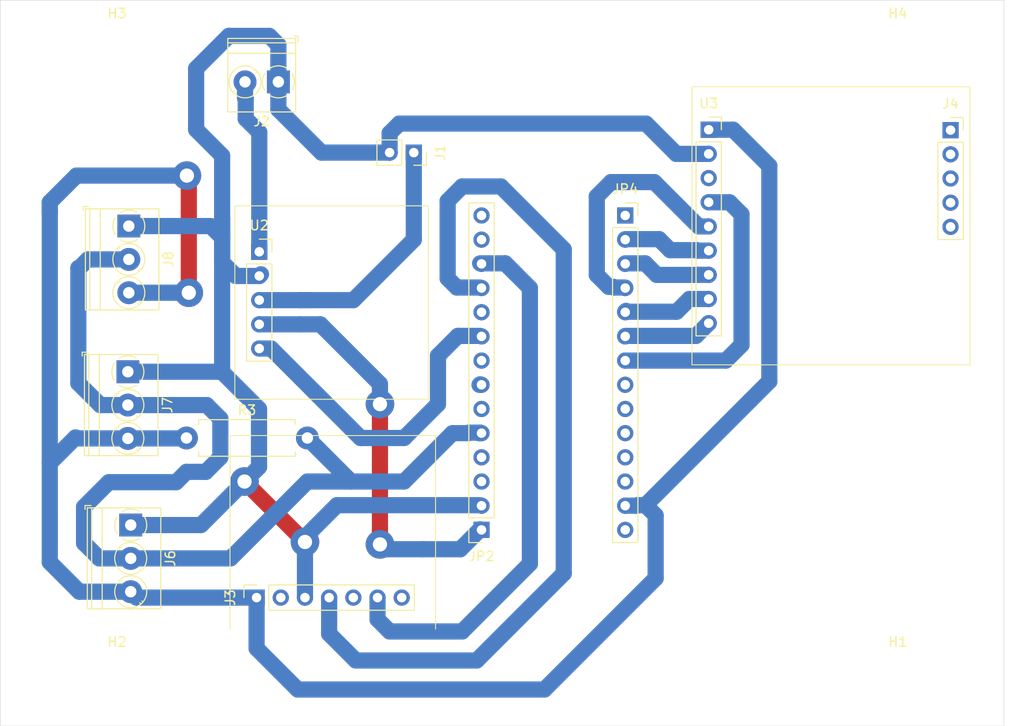
<source format=kicad_pcb>
(kicad_pcb (version 20171130) (host pcbnew 5.1.2-f72e74a~84~ubuntu18.04.1)

  (general
    (thickness 1.6)
    (drawings 17)
    (tracks 182)
    (zones 0)
    (modules 16)
    (nets 16)
  )

  (page A4)
  (layers
    (0 Top signal)
    (1 Route2 signal)
    (2 Route15 signal)
    (31 Bottom signal)
    (32 B.Adhes user)
    (33 F.Adhes user)
    (34 B.Paste user)
    (35 F.Paste user)
    (36 B.SilkS user)
    (37 F.SilkS user)
    (38 B.Mask user)
    (39 F.Mask user)
    (40 Dwgs.User user)
    (41 Cmts.User user)
    (42 Eco1.User user)
    (43 Eco2.User user)
    (44 Edge.Cuts user)
    (45 Margin user)
    (46 B.CrtYd user)
    (47 F.CrtYd user)
    (48 B.Fab user)
    (49 F.Fab user)
  )

  (setup
    (last_trace_width 1.7)
    (user_trace_width 1.7)
    (user_trace_width 3)
    (trace_clearance 0.2)
    (zone_clearance 0.508)
    (zone_45_only no)
    (trace_min 0.2)
    (via_size 0.8)
    (via_drill 0.4)
    (via_min_size 0.4)
    (via_min_drill 0.3)
    (user_via 3 1.5)
    (uvia_size 0.3)
    (uvia_drill 0.1)
    (uvias_allowed no)
    (uvia_min_size 0.2)
    (uvia_min_drill 0.1)
    (edge_width 0.05)
    (segment_width 0.2)
    (pcb_text_width 0.3)
    (pcb_text_size 1.5 1.5)
    (mod_edge_width 0.12)
    (mod_text_size 1 1)
    (mod_text_width 0.15)
    (pad_size 1.7 1.7)
    (pad_drill 1)
    (pad_to_mask_clearance 0.051)
    (solder_mask_min_width 0.25)
    (aux_axis_origin 6.35 74.93)
    (visible_elements FFFFFF7F)
    (pcbplotparams
      (layerselection 0x01000_fffffff8)
      (usegerberextensions false)
      (usegerberattributes false)
      (usegerberadvancedattributes false)
      (creategerberjobfile false)
      (excludeedgelayer true)
      (linewidth 0.100000)
      (plotframeref false)
      (viasonmask false)
      (mode 1)
      (useauxorigin true)
      (hpglpennumber 1)
      (hpglpenspeed 20)
      (hpglpendiameter 15.000000)
      (psnegative false)
      (psa4output false)
      (plotreference false)
      (plotvalue false)
      (plotinvisibletext false)
      (padsonsilk false)
      (subtractmaskfromsilk false)
      (outputformat 1)
      (mirror false)
      (drillshape 0)
      (scaleselection 1)
      (outputdirectory "mill_q/"))
  )

  (net 0 "")
  (net 1 GND)
  (net 2 MOSI)
  (net 3 MISO)
  (net 4 SCK)
  (net 5 +3V3)
  (net 6 "Net-(J1-Pad1)")
  (net 7 LI-ION)
  (net 8 D12)
  (net 9 DONE)
  (net 10 LORA_RST)
  (net 11 LORA_CS)
  (net 12 SCL)
  (net 13 SDA)
  (net 14 TIMED_POWER)
  (net 15 G0)

  (net_class Default "This is the default net class."
    (clearance 0.2)
    (trace_width 0.25)
    (via_dia 0.8)
    (via_drill 0.4)
    (uvia_dia 0.3)
    (uvia_drill 0.1)
    (add_net +3V3)
    (add_net D12)
    (add_net DONE)
    (add_net G0)
    (add_net GND)
    (add_net LI-ION)
    (add_net LORA_CS)
    (add_net LORA_RST)
    (add_net MISO)
    (add_net MOSI)
    (add_net "Net-(J1-Pad1)")
    (add_net SCK)
    (add_net SCL)
    (add_net SDA)
    (add_net TIMED_POWER)
  )

  (module Connector_PinSocket_2.54mm:PinSocket_1x07_P2.54mm_Vertical (layer Top) (tedit 5A19A433) (tstamp 5E1D471C)
    (at 33.274 61.468 90)
    (descr "Through hole straight socket strip, 1x07, 2.54mm pitch, single row (from Kicad 4.0.7), script generated")
    (tags "Through hole socket strip THT 1x07 2.54mm single row")
    (path /5E1D1081)
    (fp_text reference J3 (at 0 -2.77 90) (layer F.SilkS)
      (effects (font (size 1 1) (thickness 0.15)))
    )
    (fp_text value Conn_01x07_Female (at 0 18.01 90) (layer F.Fab)
      (effects (font (size 1 1) (thickness 0.15)))
    )
    (fp_line (start -1.27 -1.27) (end 0.635 -1.27) (layer F.Fab) (width 0.1))
    (fp_line (start 0.635 -1.27) (end 1.27 -0.635) (layer F.Fab) (width 0.1))
    (fp_line (start 1.27 -0.635) (end 1.27 16.51) (layer F.Fab) (width 0.1))
    (fp_line (start 1.27 16.51) (end -1.27 16.51) (layer F.Fab) (width 0.1))
    (fp_line (start -1.27 16.51) (end -1.27 -1.27) (layer F.Fab) (width 0.1))
    (fp_line (start -1.33 1.27) (end 1.33 1.27) (layer F.SilkS) (width 0.12))
    (fp_line (start -1.33 1.27) (end -1.33 16.57) (layer F.SilkS) (width 0.12))
    (fp_line (start -1.33 16.57) (end 1.33 16.57) (layer F.SilkS) (width 0.12))
    (fp_line (start 1.33 1.27) (end 1.33 16.57) (layer F.SilkS) (width 0.12))
    (fp_line (start 1.33 -1.33) (end 1.33 0) (layer F.SilkS) (width 0.12))
    (fp_line (start 0 -1.33) (end 1.33 -1.33) (layer F.SilkS) (width 0.12))
    (fp_line (start -1.8 -1.8) (end 1.75 -1.8) (layer F.CrtYd) (width 0.05))
    (fp_line (start 1.75 -1.8) (end 1.75 17) (layer F.CrtYd) (width 0.05))
    (fp_line (start 1.75 17) (end -1.8 17) (layer F.CrtYd) (width 0.05))
    (fp_line (start -1.8 17) (end -1.8 -1.8) (layer F.CrtYd) (width 0.05))
    (fp_text user %R (at 0 7.62) (layer F.Fab)
      (effects (font (size 1 1) (thickness 0.15)))
    )
    (pad 1 thru_hole rect (at 0 0 90) (size 1.7 1.7) (drill 1) (layers *.Cu *.Mask)
      (net 5 +3V3))
    (pad 2 thru_hole oval (at 0 2.54 90) (size 1.7 1.7) (drill 1) (layers *.Cu *.Mask))
    (pad 3 thru_hole oval (at 0 5.08 90) (size 1.7 1.7) (drill 1) (layers *.Cu *.Mask)
      (net 1 GND))
    (pad 4 thru_hole oval (at 0 7.62 90) (size 1.7 1.7) (drill 1) (layers *.Cu *.Mask)
      (net 12 SCL))
    (pad 5 thru_hole oval (at 0 10.16 90) (size 1.7 1.7) (drill 1) (layers *.Cu *.Mask))
    (pad 6 thru_hole oval (at 0 12.7 90) (size 1.7 1.7) (drill 1) (layers *.Cu *.Mask)
      (net 13 SDA))
    (pad 7 thru_hole oval (at 0 15.24 90) (size 1.7 1.7) (drill 1) (layers *.Cu *.Mask))
    (model ${KISYS3DMOD}/Connector_PinSocket_2.54mm.3dshapes/PinSocket_1x07_P2.54mm_Vertical.wrl
      (at (xyz 0 0 0))
      (scale (xyz 1 1 1))
      (rotate (xyz 0 0 0))
    )
  )

  (module MountingHole:MountingHole_2.7mm_M2.5 (layer Top) (tedit 56D1B4CB) (tstamp 5E1D5B6B)
    (at 100.60704 69.82068)
    (descr "Mounting Hole 2.7mm, no annular, M2.5")
    (tags "mounting hole 2.7mm no annular m2.5")
    (path /5D99EBDD)
    (attr virtual)
    (fp_text reference H1 (at 0 -3.7) (layer F.SilkS)
      (effects (font (size 1 1) (thickness 0.15)))
    )
    (fp_text value MountingHole (at 0 3.7) (layer F.Fab)
      (effects (font (size 1 1) (thickness 0.15)))
    )
    (fp_text user %R (at 0.3 0) (layer F.Fab)
      (effects (font (size 1 1) (thickness 0.15)))
    )
    (fp_circle (center 0 0) (end 2.7 0) (layer Cmts.User) (width 0.15))
    (fp_circle (center 0 0) (end 2.95 0) (layer F.CrtYd) (width 0.05))
    (pad 1 np_thru_hole circle (at 0 0) (size 2.7 2.7) (drill 2.7) (layers *.Cu *.Mask))
  )

  (module MountingHole:MountingHole_2.7mm_M2.5 (layer Top) (tedit 56D1B4CB) (tstamp 5E1D5B80)
    (at 18.60704 69.82068)
    (descr "Mounting Hole 2.7mm, no annular, M2.5")
    (tags "mounting hole 2.7mm no annular m2.5")
    (path /5D99FC38)
    (attr virtual)
    (fp_text reference H2 (at 0 -3.7) (layer F.SilkS)
      (effects (font (size 1 1) (thickness 0.15)))
    )
    (fp_text value MountingHole (at 0 3.7) (layer F.Fab)
      (effects (font (size 1 1) (thickness 0.15)))
    )
    (fp_text user %R (at 0.3 0) (layer F.Fab)
      (effects (font (size 1 1) (thickness 0.15)))
    )
    (fp_circle (center 0 0) (end 2.7 0) (layer Cmts.User) (width 0.15))
    (fp_circle (center 0 0) (end 2.95 0) (layer F.CrtYd) (width 0.05))
    (pad 1 np_thru_hole circle (at 0 0) (size 2.7 2.7) (drill 2.7) (layers *.Cu *.Mask))
  )

  (module MountingHole:MountingHole_2.7mm_M2.5 (layer Top) (tedit 56D1B4CB) (tstamp 5E1D5B41)
    (at 18.60704 3.82068)
    (descr "Mounting Hole 2.7mm, no annular, M2.5")
    (tags "mounting hole 2.7mm no annular m2.5")
    (path /5D99FE70)
    (attr virtual)
    (fp_text reference H3 (at 0 -3.7) (layer F.SilkS)
      (effects (font (size 1 1) (thickness 0.15)))
    )
    (fp_text value MountingHole (at 0 3.7) (layer F.Fab)
      (effects (font (size 1 1) (thickness 0.15)))
    )
    (fp_text user %R (at -0.55 0.1) (layer F.Fab)
      (effects (font (size 1 1) (thickness 0.15)))
    )
    (fp_circle (center 0 0) (end 2.7 0) (layer Cmts.User) (width 0.15))
    (fp_circle (center 0 0) (end 2.95 0) (layer F.CrtYd) (width 0.05))
    (pad 1 np_thru_hole circle (at 0 0) (size 2.7 2.7) (drill 2.7) (layers *.Cu *.Mask))
  )

  (module MountingHole:MountingHole_2.7mm_M2.5 (layer Top) (tedit 56D1B4CB) (tstamp 5E1D5B56)
    (at 100.60704 3.82068)
    (descr "Mounting Hole 2.7mm, no annular, M2.5")
    (tags "mounting hole 2.7mm no annular m2.5")
    (path /5D99FFF4)
    (attr virtual)
    (fp_text reference H4 (at 0 -3.7) (layer F.SilkS)
      (effects (font (size 1 1) (thickness 0.15)))
    )
    (fp_text value MountingHole (at 0 3.7) (layer F.Fab)
      (effects (font (size 1 1) (thickness 0.15)))
    )
    (fp_circle (center 0 0) (end 2.95 0) (layer F.CrtYd) (width 0.05))
    (fp_circle (center 0 0) (end 2.7 0) (layer Cmts.User) (width 0.15))
    (fp_text user %R (at 0.3 0) (layer F.Fab)
      (effects (font (size 1 1) (thickness 0.15)))
    )
    (pad 1 np_thru_hole circle (at 0 0) (size 2.7 2.7) (drill 2.7) (layers *.Cu *.Mask))
  )

  (module Connector_PinSocket_2.54mm:PinSocket_1x02_P2.54mm_Vertical (layer Top) (tedit 5A19A420) (tstamp 5E1D4AD7)
    (at 49.784 14.732 270)
    (descr "Through hole straight socket strip, 1x02, 2.54mm pitch, single row (from Kicad 4.0.7), script generated")
    (tags "Through hole socket strip THT 1x02 2.54mm single row")
    (path /5DBD7C27)
    (fp_text reference J1 (at 0 -2.77 90) (layer F.SilkS)
      (effects (font (size 1 1) (thickness 0.15)))
    )
    (fp_text value Conn_01x02_Female (at 0 5.31 90) (layer F.Fab)
      (effects (font (size 1 1) (thickness 0.15)))
    )
    (fp_line (start -1.27 -1.27) (end 0.635 -1.27) (layer F.Fab) (width 0.1))
    (fp_line (start 0.635 -1.27) (end 1.27 -0.635) (layer F.Fab) (width 0.1))
    (fp_line (start 1.27 -0.635) (end 1.27 3.81) (layer F.Fab) (width 0.1))
    (fp_line (start 1.27 3.81) (end -1.27 3.81) (layer F.Fab) (width 0.1))
    (fp_line (start -1.27 3.81) (end -1.27 -1.27) (layer F.Fab) (width 0.1))
    (fp_line (start -1.33 1.27) (end 1.33 1.27) (layer F.SilkS) (width 0.12))
    (fp_line (start -1.33 1.27) (end -1.33 3.87) (layer F.SilkS) (width 0.12))
    (fp_line (start -1.33 3.87) (end 1.33 3.87) (layer F.SilkS) (width 0.12))
    (fp_line (start 1.33 1.27) (end 1.33 3.87) (layer F.SilkS) (width 0.12))
    (fp_line (start 1.33 -1.33) (end 1.33 0) (layer F.SilkS) (width 0.12))
    (fp_line (start 0 -1.33) (end 1.33 -1.33) (layer F.SilkS) (width 0.12))
    (fp_line (start -1.8 -1.8) (end 1.75 -1.8) (layer F.CrtYd) (width 0.05))
    (fp_line (start 1.75 -1.8) (end 1.75 4.3) (layer F.CrtYd) (width 0.05))
    (fp_line (start 1.75 4.3) (end -1.8 4.3) (layer F.CrtYd) (width 0.05))
    (fp_line (start -1.8 4.3) (end -1.8 -1.8) (layer F.CrtYd) (width 0.05))
    (fp_text user %R (at 0 1.27) (layer F.Fab)
      (effects (font (size 1 1) (thickness 0.15)))
    )
    (pad 1 thru_hole rect (at 0 0 270) (size 1.7 1.7) (drill 1) (layers *.Cu *.Mask)
      (net 6 "Net-(J1-Pad1)"))
    (pad 2 thru_hole oval (at 0 2.54 270) (size 1.7 1.7) (drill 1) (layers *.Cu *.Mask)
      (net 1 GND))
    (model ${KISYS3DMOD}/Connector_PinSocket_2.54mm.3dshapes/PinSocket_1x02_P2.54mm_Vertical.wrl
      (at (xyz 0 0 0))
      (scale (xyz 1 1 1))
      (rotate (xyz 0 0 0))
    )
  )

  (module TerminalBlock_Phoenix:TerminalBlock_Phoenix_PT-1,5-3-3.5-H_1x03_P3.50mm_Horizontal (layer Top) (tedit 5B294F3F) (tstamp 5E1D494D)
    (at 20.054 53.848 270)
    (descr "Terminal Block Phoenix PT-1,5-3-3.5-H, 3 pins, pitch 3.5mm, size 10.5x7.6mm^2, drill diamater 1.2mm, pad diameter 2.4mm, see , script-generated using https://github.com/pointhi/kicad-footprint-generator/scripts/TerminalBlock_Phoenix")
    (tags "THT Terminal Block Phoenix PT-1,5-3-3.5-H pitch 3.5mm size 10.5x7.6mm^2 drill 1.2mm pad 2.4mm")
    (path /5DC8DC36)
    (fp_text reference J6 (at 3.5 -4.16 90) (layer F.SilkS)
      (effects (font (size 1 1) (thickness 0.15)))
    )
    (fp_text value Screw_Terminal_01x03 (at 3.5 5.56 90) (layer F.Fab)
      (effects (font (size 1 1) (thickness 0.15)))
    )
    (fp_arc (start 0 0) (end 0 1.68) (angle -32) (layer F.SilkS) (width 0.12))
    (fp_arc (start 0 0) (end 1.425 0.891) (angle -64) (layer F.SilkS) (width 0.12))
    (fp_arc (start 0 0) (end 0.866 -1.44) (angle -63) (layer F.SilkS) (width 0.12))
    (fp_arc (start 0 0) (end -1.44 -0.866) (angle -63) (layer F.SilkS) (width 0.12))
    (fp_arc (start 0 0) (end -0.866 1.44) (angle -32) (layer F.SilkS) (width 0.12))
    (fp_circle (center 0 0) (end 1.5 0) (layer F.Fab) (width 0.1))
    (fp_circle (center 3.5 0) (end 5 0) (layer F.Fab) (width 0.1))
    (fp_circle (center 3.5 0) (end 5.18 0) (layer F.SilkS) (width 0.12))
    (fp_circle (center 7 0) (end 8.5 0) (layer F.Fab) (width 0.1))
    (fp_circle (center 7 0) (end 8.68 0) (layer F.SilkS) (width 0.12))
    (fp_line (start -1.75 -3.1) (end 8.75 -3.1) (layer F.Fab) (width 0.1))
    (fp_line (start 8.75 -3.1) (end 8.75 4.5) (layer F.Fab) (width 0.1))
    (fp_line (start 8.75 4.5) (end -1.35 4.5) (layer F.Fab) (width 0.1))
    (fp_line (start -1.35 4.5) (end -1.75 4.1) (layer F.Fab) (width 0.1))
    (fp_line (start -1.75 4.1) (end -1.75 -3.1) (layer F.Fab) (width 0.1))
    (fp_line (start -1.75 4.1) (end 8.75 4.1) (layer F.Fab) (width 0.1))
    (fp_line (start -1.81 4.1) (end 8.81 4.1) (layer F.SilkS) (width 0.12))
    (fp_line (start -1.75 3) (end 8.75 3) (layer F.Fab) (width 0.1))
    (fp_line (start -1.81 3) (end 8.81 3) (layer F.SilkS) (width 0.12))
    (fp_line (start -1.81 -3.16) (end 8.81 -3.16) (layer F.SilkS) (width 0.12))
    (fp_line (start -1.81 4.56) (end 8.81 4.56) (layer F.SilkS) (width 0.12))
    (fp_line (start -1.81 -3.16) (end -1.81 4.56) (layer F.SilkS) (width 0.12))
    (fp_line (start 8.81 -3.16) (end 8.81 4.56) (layer F.SilkS) (width 0.12))
    (fp_line (start 1.138 -0.955) (end -0.955 1.138) (layer F.Fab) (width 0.1))
    (fp_line (start 0.955 -1.138) (end -1.138 0.955) (layer F.Fab) (width 0.1))
    (fp_line (start 4.638 -0.955) (end 2.546 1.138) (layer F.Fab) (width 0.1))
    (fp_line (start 4.455 -1.138) (end 2.363 0.955) (layer F.Fab) (width 0.1))
    (fp_line (start 4.775 -1.069) (end 4.646 -0.941) (layer F.SilkS) (width 0.12))
    (fp_line (start 2.525 1.181) (end 2.431 1.274) (layer F.SilkS) (width 0.12))
    (fp_line (start 4.57 -1.275) (end 4.476 -1.181) (layer F.SilkS) (width 0.12))
    (fp_line (start 2.355 0.941) (end 2.226 1.069) (layer F.SilkS) (width 0.12))
    (fp_line (start 8.138 -0.955) (end 6.046 1.138) (layer F.Fab) (width 0.1))
    (fp_line (start 7.955 -1.138) (end 5.863 0.955) (layer F.Fab) (width 0.1))
    (fp_line (start 8.275 -1.069) (end 8.146 -0.941) (layer F.SilkS) (width 0.12))
    (fp_line (start 6.025 1.181) (end 5.931 1.274) (layer F.SilkS) (width 0.12))
    (fp_line (start 8.07 -1.275) (end 7.976 -1.181) (layer F.SilkS) (width 0.12))
    (fp_line (start 5.855 0.941) (end 5.726 1.069) (layer F.SilkS) (width 0.12))
    (fp_line (start -2.05 4.16) (end -2.05 4.8) (layer F.SilkS) (width 0.12))
    (fp_line (start -2.05 4.8) (end -1.65 4.8) (layer F.SilkS) (width 0.12))
    (fp_line (start -2.25 -3.6) (end -2.25 5) (layer F.CrtYd) (width 0.05))
    (fp_line (start -2.25 5) (end 9.25 5) (layer F.CrtYd) (width 0.05))
    (fp_line (start 9.25 5) (end 9.25 -3.6) (layer F.CrtYd) (width 0.05))
    (fp_line (start 9.25 -3.6) (end -2.25 -3.6) (layer F.CrtYd) (width 0.05))
    (fp_text user %R (at 3.5 2.4 90) (layer F.Fab)
      (effects (font (size 1 1) (thickness 0.15)))
    )
    (pad 1 thru_hole rect (at 0 0 270) (size 2.4 2.4) (drill 1.2) (layers *.Cu *.Mask)
      (net 1 GND))
    (pad 2 thru_hole circle (at 3.5 0 270) (size 2.4 2.4) (drill 1.2) (layers *.Cu *.Mask)
      (net 8 D12))
    (pad 3 thru_hole circle (at 7 0 270) (size 2.4 2.4) (drill 1.2) (layers *.Cu *.Mask)
      (net 5 +3V3))
    (model ${KISYS3DMOD}/TerminalBlock_Phoenix.3dshapes/TerminalBlock_Phoenix_PT-1,5-3-3.5-H_1x03_P3.50mm_Horizontal.wrl
      (at (xyz 0 0 0))
      (scale (xyz 1 1 1))
      (rotate (xyz 0 0 0))
    )
  )

  (module TerminalBlock_Phoenix:TerminalBlock_Phoenix_PT-1,5-3-3.5-H_1x03_P3.50mm_Horizontal (layer Top) (tedit 5B294F3F) (tstamp 5E1D4611)
    (at 19.754 37.748 270)
    (descr "Terminal Block Phoenix PT-1,5-3-3.5-H, 3 pins, pitch 3.5mm, size 10.5x7.6mm^2, drill diamater 1.2mm, pad diameter 2.4mm, see , script-generated using https://github.com/pointhi/kicad-footprint-generator/scripts/TerminalBlock_Phoenix")
    (tags "THT Terminal Block Phoenix PT-1,5-3-3.5-H pitch 3.5mm size 10.5x7.6mm^2 drill 1.2mm pad 2.4mm")
    (path /5DC8F0B0)
    (fp_text reference J7 (at 3.5 -4.16 90) (layer F.SilkS)
      (effects (font (size 1 1) (thickness 0.15)))
    )
    (fp_text value Screw_Terminal_01x03 (at 3.5 5.56 90) (layer F.Fab)
      (effects (font (size 1 1) (thickness 0.15)))
    )
    (fp_text user %R (at 3.5 2.4 90) (layer F.Fab)
      (effects (font (size 1 1) (thickness 0.15)))
    )
    (fp_line (start 9.25 -3.6) (end -2.25 -3.6) (layer F.CrtYd) (width 0.05))
    (fp_line (start 9.25 5) (end 9.25 -3.6) (layer F.CrtYd) (width 0.05))
    (fp_line (start -2.25 5) (end 9.25 5) (layer F.CrtYd) (width 0.05))
    (fp_line (start -2.25 -3.6) (end -2.25 5) (layer F.CrtYd) (width 0.05))
    (fp_line (start -2.05 4.8) (end -1.65 4.8) (layer F.SilkS) (width 0.12))
    (fp_line (start -2.05 4.16) (end -2.05 4.8) (layer F.SilkS) (width 0.12))
    (fp_line (start 5.855 0.941) (end 5.726 1.069) (layer F.SilkS) (width 0.12))
    (fp_line (start 8.07 -1.275) (end 7.976 -1.181) (layer F.SilkS) (width 0.12))
    (fp_line (start 6.025 1.181) (end 5.931 1.274) (layer F.SilkS) (width 0.12))
    (fp_line (start 8.275 -1.069) (end 8.146 -0.941) (layer F.SilkS) (width 0.12))
    (fp_line (start 7.955 -1.138) (end 5.863 0.955) (layer F.Fab) (width 0.1))
    (fp_line (start 8.138 -0.955) (end 6.046 1.138) (layer F.Fab) (width 0.1))
    (fp_line (start 2.355 0.941) (end 2.226 1.069) (layer F.SilkS) (width 0.12))
    (fp_line (start 4.57 -1.275) (end 4.476 -1.181) (layer F.SilkS) (width 0.12))
    (fp_line (start 2.525 1.181) (end 2.431 1.274) (layer F.SilkS) (width 0.12))
    (fp_line (start 4.775 -1.069) (end 4.646 -0.941) (layer F.SilkS) (width 0.12))
    (fp_line (start 4.455 -1.138) (end 2.363 0.955) (layer F.Fab) (width 0.1))
    (fp_line (start 4.638 -0.955) (end 2.546 1.138) (layer F.Fab) (width 0.1))
    (fp_line (start 0.955 -1.138) (end -1.138 0.955) (layer F.Fab) (width 0.1))
    (fp_line (start 1.138 -0.955) (end -0.955 1.138) (layer F.Fab) (width 0.1))
    (fp_line (start 8.81 -3.16) (end 8.81 4.56) (layer F.SilkS) (width 0.12))
    (fp_line (start -1.81 -3.16) (end -1.81 4.56) (layer F.SilkS) (width 0.12))
    (fp_line (start -1.81 4.56) (end 8.81 4.56) (layer F.SilkS) (width 0.12))
    (fp_line (start -1.81 -3.16) (end 8.81 -3.16) (layer F.SilkS) (width 0.12))
    (fp_line (start -1.81 3) (end 8.81 3) (layer F.SilkS) (width 0.12))
    (fp_line (start -1.75 3) (end 8.75 3) (layer F.Fab) (width 0.1))
    (fp_line (start -1.81 4.1) (end 8.81 4.1) (layer F.SilkS) (width 0.12))
    (fp_line (start -1.75 4.1) (end 8.75 4.1) (layer F.Fab) (width 0.1))
    (fp_line (start -1.75 4.1) (end -1.75 -3.1) (layer F.Fab) (width 0.1))
    (fp_line (start -1.35 4.5) (end -1.75 4.1) (layer F.Fab) (width 0.1))
    (fp_line (start 8.75 4.5) (end -1.35 4.5) (layer F.Fab) (width 0.1))
    (fp_line (start 8.75 -3.1) (end 8.75 4.5) (layer F.Fab) (width 0.1))
    (fp_line (start -1.75 -3.1) (end 8.75 -3.1) (layer F.Fab) (width 0.1))
    (fp_circle (center 7 0) (end 8.68 0) (layer F.SilkS) (width 0.12))
    (fp_circle (center 7 0) (end 8.5 0) (layer F.Fab) (width 0.1))
    (fp_circle (center 3.5 0) (end 5.18 0) (layer F.SilkS) (width 0.12))
    (fp_circle (center 3.5 0) (end 5 0) (layer F.Fab) (width 0.1))
    (fp_circle (center 0 0) (end 1.5 0) (layer F.Fab) (width 0.1))
    (fp_arc (start 0 0) (end -0.866 1.44) (angle -32) (layer F.SilkS) (width 0.12))
    (fp_arc (start 0 0) (end -1.44 -0.866) (angle -63) (layer F.SilkS) (width 0.12))
    (fp_arc (start 0 0) (end 0.866 -1.44) (angle -63) (layer F.SilkS) (width 0.12))
    (fp_arc (start 0 0) (end 1.425 0.891) (angle -64) (layer F.SilkS) (width 0.12))
    (fp_arc (start 0 0) (end 0 1.68) (angle -32) (layer F.SilkS) (width 0.12))
    (pad 3 thru_hole circle (at 7 0 270) (size 2.4 2.4) (drill 1.2) (layers *.Cu *.Mask)
      (net 5 +3V3))
    (pad 2 thru_hole circle (at 3.5 0 270) (size 2.4 2.4) (drill 1.2) (layers *.Cu *.Mask)
      (net 8 D12))
    (pad 1 thru_hole rect (at 0 0 270) (size 2.4 2.4) (drill 1.2) (layers *.Cu *.Mask)
      (net 1 GND))
    (model ${KISYS3DMOD}/TerminalBlock_Phoenix.3dshapes/TerminalBlock_Phoenix_PT-1,5-3-3.5-H_1x03_P3.50mm_Horizontal.wrl
      (at (xyz 0 0 0))
      (scale (xyz 1 1 1))
      (rotate (xyz 0 0 0))
    )
  )

  (module TerminalBlock_Phoenix:TerminalBlock_Phoenix_PT-1,5-3-3.5-H_1x03_P3.50mm_Horizontal (layer Top) (tedit 5B294F3F) (tstamp 5E1D4533)
    (at 19.854 22.448 270)
    (descr "Terminal Block Phoenix PT-1,5-3-3.5-H, 3 pins, pitch 3.5mm, size 10.5x7.6mm^2, drill diamater 1.2mm, pad diameter 2.4mm, see , script-generated using https://github.com/pointhi/kicad-footprint-generator/scripts/TerminalBlock_Phoenix")
    (tags "THT Terminal Block Phoenix PT-1,5-3-3.5-H pitch 3.5mm size 10.5x7.6mm^2 drill 1.2mm pad 2.4mm")
    (path /5DCAC7D5)
    (fp_text reference J8 (at 3.5 -4.16 90) (layer F.SilkS)
      (effects (font (size 1 1) (thickness 0.15)))
    )
    (fp_text value Screw_Terminal_01x03 (at 3.5 5.56 90) (layer F.Fab)
      (effects (font (size 1 1) (thickness 0.15)))
    )
    (fp_arc (start 0 0) (end 0 1.68) (angle -32) (layer F.SilkS) (width 0.12))
    (fp_arc (start 0 0) (end 1.425 0.891) (angle -64) (layer F.SilkS) (width 0.12))
    (fp_arc (start 0 0) (end 0.866 -1.44) (angle -63) (layer F.SilkS) (width 0.12))
    (fp_arc (start 0 0) (end -1.44 -0.866) (angle -63) (layer F.SilkS) (width 0.12))
    (fp_arc (start 0 0) (end -0.866 1.44) (angle -32) (layer F.SilkS) (width 0.12))
    (fp_circle (center 0 0) (end 1.5 0) (layer F.Fab) (width 0.1))
    (fp_circle (center 3.5 0) (end 5 0) (layer F.Fab) (width 0.1))
    (fp_circle (center 3.5 0) (end 5.18 0) (layer F.SilkS) (width 0.12))
    (fp_circle (center 7 0) (end 8.5 0) (layer F.Fab) (width 0.1))
    (fp_circle (center 7 0) (end 8.68 0) (layer F.SilkS) (width 0.12))
    (fp_line (start -1.75 -3.1) (end 8.75 -3.1) (layer F.Fab) (width 0.1))
    (fp_line (start 8.75 -3.1) (end 8.75 4.5) (layer F.Fab) (width 0.1))
    (fp_line (start 8.75 4.5) (end -1.35 4.5) (layer F.Fab) (width 0.1))
    (fp_line (start -1.35 4.5) (end -1.75 4.1) (layer F.Fab) (width 0.1))
    (fp_line (start -1.75 4.1) (end -1.75 -3.1) (layer F.Fab) (width 0.1))
    (fp_line (start -1.75 4.1) (end 8.75 4.1) (layer F.Fab) (width 0.1))
    (fp_line (start -1.81 4.1) (end 8.81 4.1) (layer F.SilkS) (width 0.12))
    (fp_line (start -1.75 3) (end 8.75 3) (layer F.Fab) (width 0.1))
    (fp_line (start -1.81 3) (end 8.81 3) (layer F.SilkS) (width 0.12))
    (fp_line (start -1.81 -3.16) (end 8.81 -3.16) (layer F.SilkS) (width 0.12))
    (fp_line (start -1.81 4.56) (end 8.81 4.56) (layer F.SilkS) (width 0.12))
    (fp_line (start -1.81 -3.16) (end -1.81 4.56) (layer F.SilkS) (width 0.12))
    (fp_line (start 8.81 -3.16) (end 8.81 4.56) (layer F.SilkS) (width 0.12))
    (fp_line (start 1.138 -0.955) (end -0.955 1.138) (layer F.Fab) (width 0.1))
    (fp_line (start 0.955 -1.138) (end -1.138 0.955) (layer F.Fab) (width 0.1))
    (fp_line (start 4.638 -0.955) (end 2.546 1.138) (layer F.Fab) (width 0.1))
    (fp_line (start 4.455 -1.138) (end 2.363 0.955) (layer F.Fab) (width 0.1))
    (fp_line (start 4.775 -1.069) (end 4.646 -0.941) (layer F.SilkS) (width 0.12))
    (fp_line (start 2.525 1.181) (end 2.431 1.274) (layer F.SilkS) (width 0.12))
    (fp_line (start 4.57 -1.275) (end 4.476 -1.181) (layer F.SilkS) (width 0.12))
    (fp_line (start 2.355 0.941) (end 2.226 1.069) (layer F.SilkS) (width 0.12))
    (fp_line (start 8.138 -0.955) (end 6.046 1.138) (layer F.Fab) (width 0.1))
    (fp_line (start 7.955 -1.138) (end 5.863 0.955) (layer F.Fab) (width 0.1))
    (fp_line (start 8.275 -1.069) (end 8.146 -0.941) (layer F.SilkS) (width 0.12))
    (fp_line (start 6.025 1.181) (end 5.931 1.274) (layer F.SilkS) (width 0.12))
    (fp_line (start 8.07 -1.275) (end 7.976 -1.181) (layer F.SilkS) (width 0.12))
    (fp_line (start 5.855 0.941) (end 5.726 1.069) (layer F.SilkS) (width 0.12))
    (fp_line (start -2.05 4.16) (end -2.05 4.8) (layer F.SilkS) (width 0.12))
    (fp_line (start -2.05 4.8) (end -1.65 4.8) (layer F.SilkS) (width 0.12))
    (fp_line (start -2.25 -3.6) (end -2.25 5) (layer F.CrtYd) (width 0.05))
    (fp_line (start -2.25 5) (end 9.25 5) (layer F.CrtYd) (width 0.05))
    (fp_line (start 9.25 5) (end 9.25 -3.6) (layer F.CrtYd) (width 0.05))
    (fp_line (start 9.25 -3.6) (end -2.25 -3.6) (layer F.CrtYd) (width 0.05))
    (fp_text user %R (at 3.5 2.4 90) (layer F.Fab)
      (effects (font (size 1 1) (thickness 0.15)))
    )
    (pad 1 thru_hole rect (at 0 0 270) (size 2.4 2.4) (drill 1.2) (layers *.Cu *.Mask)
      (net 1 GND))
    (pad 2 thru_hole circle (at 3.5 0 270) (size 2.4 2.4) (drill 1.2) (layers *.Cu *.Mask)
      (net 8 D12))
    (pad 3 thru_hole circle (at 7 0 270) (size 2.4 2.4) (drill 1.2) (layers *.Cu *.Mask)
      (net 5 +3V3))
    (model ${KISYS3DMOD}/TerminalBlock_Phoenix.3dshapes/TerminalBlock_Phoenix_PT-1,5-3-3.5-H_1x03_P3.50mm_Horizontal.wrl
      (at (xyz 0 0 0))
      (scale (xyz 1 1 1))
      (rotate (xyz 0 0 0))
    )
  )

  (module Connector_PinSocket_2.54mm:PinSocket_1x05_P2.54mm_Vertical (layer Top) (tedit 5A19A420) (tstamp 5E1D478C)
    (at 33.554 25.148)
    (descr "Through hole straight socket strip, 1x05, 2.54mm pitch, single row (from Kicad 4.0.7), script generated")
    (tags "Through hole socket strip THT 1x05 2.54mm single row")
    (path /5DBCD3E9)
    (fp_text reference U2 (at 0 -2.77) (layer F.SilkS)
      (effects (font (size 1 1) (thickness 0.15)))
    )
    (fp_text value tpl5110 (at 0 12.93) (layer F.Fab)
      (effects (font (size 1 1) (thickness 0.15)))
    )
    (fp_line (start -1.27 -1.27) (end 0.635 -1.27) (layer F.Fab) (width 0.1))
    (fp_line (start 0.635 -1.27) (end 1.27 -0.635) (layer F.Fab) (width 0.1))
    (fp_line (start 1.27 -0.635) (end 1.27 11.43) (layer F.Fab) (width 0.1))
    (fp_line (start 1.27 11.43) (end -1.27 11.43) (layer F.Fab) (width 0.1))
    (fp_line (start -1.27 11.43) (end -1.27 -1.27) (layer F.Fab) (width 0.1))
    (fp_line (start -1.33 1.27) (end 1.33 1.27) (layer F.SilkS) (width 0.12))
    (fp_line (start -1.33 1.27) (end -1.33 11.49) (layer F.SilkS) (width 0.12))
    (fp_line (start -1.33 11.49) (end 1.33 11.49) (layer F.SilkS) (width 0.12))
    (fp_line (start 1.33 1.27) (end 1.33 11.49) (layer F.SilkS) (width 0.12))
    (fp_line (start 1.33 -1.33) (end 1.33 0) (layer F.SilkS) (width 0.12))
    (fp_line (start 0 -1.33) (end 1.33 -1.33) (layer F.SilkS) (width 0.12))
    (fp_line (start -1.8 -1.8) (end 1.75 -1.8) (layer F.CrtYd) (width 0.05))
    (fp_line (start 1.75 -1.8) (end 1.75 11.9) (layer F.CrtYd) (width 0.05))
    (fp_line (start 1.75 11.9) (end -1.8 11.9) (layer F.CrtYd) (width 0.05))
    (fp_line (start -1.8 11.9) (end -1.8 -1.8) (layer F.CrtYd) (width 0.05))
    (fp_text user %R (at 0 5.08 90) (layer F.Fab)
      (effects (font (size 1 1) (thickness 0.15)))
    )
    (pad 1 thru_hole rect (at 0 0) (size 1.7 1.7) (drill 1) (layers *.Cu *.Mask)
      (net 7 LI-ION))
    (pad 2 thru_hole oval (at 0 2.54) (size 1.7 1.7) (drill 1) (layers *.Cu *.Mask)
      (net 1 GND))
    (pad 3 thru_hole oval (at 0 5.08) (size 1.7 1.7) (drill 1) (layers *.Cu *.Mask)
      (net 6 "Net-(J1-Pad1)"))
    (pad 4 thru_hole oval (at 0 7.62) (size 1.7 1.7) (drill 1) (layers *.Cu *.Mask)
      (net 14 TIMED_POWER))
    (pad 5 thru_hole oval (at 0 10.16) (size 1.7 1.7) (drill 1) (layers *.Cu *.Mask)
      (net 9 DONE))
    (model ${KISYS3DMOD}/Connector_PinSocket_2.54mm.3dshapes/PinSocket_1x05_P2.54mm_Vertical.wrl
      (at (xyz 0 0 0))
      (scale (xyz 1 1 1))
      (rotate (xyz 0 0 0))
    )
  )

  (module Connector_PinSocket_2.54mm:PinSocket_1x09_P2.54mm_Vertical (layer Top) (tedit 5A19A431) (tstamp 5E1D48B6)
    (at 80.754 12.328)
    (descr "Through hole straight socket strip, 1x09, 2.54mm pitch, single row (from Kicad 4.0.7), script generated")
    (tags "Through hole socket strip THT 1x09 2.54mm single row")
    (path /5DCB628E)
    (fp_text reference U3 (at 0 -2.77) (layer F.SilkS)
      (effects (font (size 1 1) (thickness 0.15)))
    )
    (fp_text value lora_breakout (at 0 23.09) (layer F.Fab)
      (effects (font (size 1 1) (thickness 0.15)))
    )
    (fp_line (start -1.27 -1.27) (end 0.635 -1.27) (layer F.Fab) (width 0.1))
    (fp_line (start 0.635 -1.27) (end 1.27 -0.635) (layer F.Fab) (width 0.1))
    (fp_line (start 1.27 -0.635) (end 1.27 21.59) (layer F.Fab) (width 0.1))
    (fp_line (start 1.27 21.59) (end -1.27 21.59) (layer F.Fab) (width 0.1))
    (fp_line (start -1.27 21.59) (end -1.27 -1.27) (layer F.Fab) (width 0.1))
    (fp_line (start -1.33 1.27) (end 1.33 1.27) (layer F.SilkS) (width 0.12))
    (fp_line (start -1.33 1.27) (end -1.33 21.65) (layer F.SilkS) (width 0.12))
    (fp_line (start -1.33 21.65) (end 1.33 21.65) (layer F.SilkS) (width 0.12))
    (fp_line (start 1.33 1.27) (end 1.33 21.65) (layer F.SilkS) (width 0.12))
    (fp_line (start 1.33 -1.33) (end 1.33 0) (layer F.SilkS) (width 0.12))
    (fp_line (start 0 -1.33) (end 1.33 -1.33) (layer F.SilkS) (width 0.12))
    (fp_line (start -1.8 -1.8) (end 1.75 -1.8) (layer F.CrtYd) (width 0.05))
    (fp_line (start 1.75 -1.8) (end 1.75 22.1) (layer F.CrtYd) (width 0.05))
    (fp_line (start 1.75 22.1) (end -1.8 22.1) (layer F.CrtYd) (width 0.05))
    (fp_line (start -1.8 22.1) (end -1.8 -1.8) (layer F.CrtYd) (width 0.05))
    (fp_text user %R (at 0 10.16 90) (layer F.Fab)
      (effects (font (size 1 1) (thickness 0.15)))
    )
    (pad 1 thru_hole rect (at 0 0) (size 1.7 1.7) (drill 1) (layers *.Cu *.Mask)
      (net 5 +3V3))
    (pad 2 thru_hole oval (at 0 2.54) (size 1.7 1.7) (drill 1) (layers *.Cu *.Mask)
      (net 1 GND))
    (pad 3 thru_hole oval (at 0 5.08) (size 1.7 1.7) (drill 1) (layers *.Cu *.Mask))
    (pad 4 thru_hole oval (at 0 7.62) (size 1.7 1.7) (drill 1) (layers *.Cu *.Mask)
      (net 15 G0))
    (pad 5 thru_hole oval (at 0 10.16) (size 1.7 1.7) (drill 1) (layers *.Cu *.Mask)
      (net 4 SCK))
    (pad 6 thru_hole oval (at 0 12.7) (size 1.7 1.7) (drill 1) (layers *.Cu *.Mask)
      (net 3 MISO))
    (pad 7 thru_hole oval (at 0 15.24) (size 1.7 1.7) (drill 1) (layers *.Cu *.Mask)
      (net 2 MOSI))
    (pad 8 thru_hole oval (at 0 17.78) (size 1.7 1.7) (drill 1) (layers *.Cu *.Mask)
      (net 11 LORA_CS))
    (pad 9 thru_hole oval (at 0 20.32) (size 1.7 1.7) (drill 1) (layers *.Cu *.Mask)
      (net 10 LORA_RST))
    (model ${KISYS3DMOD}/Connector_PinSocket_2.54mm.3dshapes/PinSocket_1x09_P2.54mm_Vertical.wrl
      (at (xyz 0 0 0))
      (scale (xyz 1 1 1))
      (rotate (xyz 0 0 0))
    )
  )

  (module TerminalBlock_Phoenix:TerminalBlock_Phoenix_PT-1,5-2-3.5-H_1x02_P3.50mm_Horizontal (layer Top) (tedit 5B294F3F) (tstamp 5E1D46AC)
    (at 35.56 7.3025 180)
    (descr "Terminal Block Phoenix PT-1,5-2-3.5-H, 2 pins, pitch 3.5mm, size 7x7.6mm^2, drill diamater 1.2mm, pad diameter 2.4mm, see , script-generated using https://github.com/pointhi/kicad-footprint-generator/scripts/TerminalBlock_Phoenix")
    (tags "THT Terminal Block Phoenix PT-1,5-2-3.5-H pitch 3.5mm size 7x7.6mm^2 drill 1.2mm pad 2.4mm")
    (path /5DD91751)
    (fp_text reference J2 (at 1.75 -4.16) (layer F.SilkS)
      (effects (font (size 1 1) (thickness 0.15)))
    )
    (fp_text value Screw_Terminal_01x02 (at 1.75 5.56) (layer F.Fab)
      (effects (font (size 1 1) (thickness 0.15)))
    )
    (fp_line (start 5.75 -3.6) (end -2.25 -3.6) (layer F.CrtYd) (width 0.05))
    (fp_line (start 5.75 5) (end 5.75 -3.6) (layer F.CrtYd) (width 0.05))
    (fp_line (start -2.25 5) (end 5.75 5) (layer F.CrtYd) (width 0.05))
    (fp_line (start -2.25 -3.6) (end -2.25 5) (layer F.CrtYd) (width 0.05))
    (fp_line (start -2.05 4.8) (end -1.65 4.8) (layer F.SilkS) (width 0.12))
    (fp_line (start -2.05 4.16) (end -2.05 4.8) (layer F.SilkS) (width 0.12))
    (fp_line (start 2.355 0.941) (end 2.226 1.069) (layer F.SilkS) (width 0.12))
    (fp_line (start 4.57 -1.275) (end 4.476 -1.181) (layer F.SilkS) (width 0.12))
    (fp_line (start 2.525 1.181) (end 2.431 1.274) (layer F.SilkS) (width 0.12))
    (fp_line (start 4.775 -1.069) (end 4.646 -0.941) (layer F.SilkS) (width 0.12))
    (fp_line (start 4.455 -1.138) (end 2.363 0.955) (layer F.Fab) (width 0.1))
    (fp_line (start 4.638 -0.955) (end 2.546 1.138) (layer F.Fab) (width 0.1))
    (fp_line (start 0.955 -1.138) (end -1.138 0.955) (layer F.Fab) (width 0.1))
    (fp_line (start 1.138 -0.955) (end -0.955 1.138) (layer F.Fab) (width 0.1))
    (fp_line (start 5.31 -3.16) (end 5.31 4.56) (layer F.SilkS) (width 0.12))
    (fp_line (start -1.81 -3.16) (end -1.81 4.56) (layer F.SilkS) (width 0.12))
    (fp_line (start -1.81 4.56) (end 5.31 4.56) (layer F.SilkS) (width 0.12))
    (fp_line (start -1.81 -3.16) (end 5.31 -3.16) (layer F.SilkS) (width 0.12))
    (fp_line (start -1.81 3) (end 5.31 3) (layer F.SilkS) (width 0.12))
    (fp_line (start -1.75 3) (end 5.25 3) (layer F.Fab) (width 0.1))
    (fp_line (start -1.81 4.1) (end 5.31 4.1) (layer F.SilkS) (width 0.12))
    (fp_line (start -1.75 4.1) (end 5.25 4.1) (layer F.Fab) (width 0.1))
    (fp_line (start -1.75 4.1) (end -1.75 -3.1) (layer F.Fab) (width 0.1))
    (fp_line (start -1.35 4.5) (end -1.75 4.1) (layer F.Fab) (width 0.1))
    (fp_line (start 5.25 4.5) (end -1.35 4.5) (layer F.Fab) (width 0.1))
    (fp_line (start 5.25 -3.1) (end 5.25 4.5) (layer F.Fab) (width 0.1))
    (fp_line (start -1.75 -3.1) (end 5.25 -3.1) (layer F.Fab) (width 0.1))
    (fp_circle (center 3.5 0) (end 5.18 0) (layer F.SilkS) (width 0.12))
    (fp_circle (center 3.5 0) (end 5 0) (layer F.Fab) (width 0.1))
    (fp_circle (center 0 0) (end 1.5 0) (layer F.Fab) (width 0.1))
    (fp_arc (start 0 0) (end -0.866 1.44) (angle -32) (layer F.SilkS) (width 0.12))
    (fp_arc (start 0 0) (end -1.44 -0.866) (angle -63) (layer F.SilkS) (width 0.12))
    (fp_arc (start 0 0) (end 0.866 -1.44) (angle -63) (layer F.SilkS) (width 0.12))
    (fp_arc (start 0 0) (end 1.425 0.891) (angle -64) (layer F.SilkS) (width 0.12))
    (fp_arc (start 0 0) (end 0 1.68) (angle -32) (layer F.SilkS) (width 0.12))
    (pad 2 thru_hole circle (at 3.5 0 180) (size 2.4 2.4) (drill 1.2) (layers *.Cu *.Mask)
      (net 7 LI-ION))
    (pad 1 thru_hole rect (at 0 0 180) (size 2.4 2.4) (drill 1.2) (layers *.Cu *.Mask)
      (net 1 GND))
    (model ${KISYS3DMOD}/TerminalBlock_Phoenix.3dshapes/TerminalBlock_Phoenix_PT-1,5-2-3.5-H_1x02_P3.50mm_Horizontal.wrl
      (at (xyz 0 0 0))
      (scale (xyz 1 1 1))
      (rotate (xyz 0 0 0))
    )
  )

  (module Resistor_THT:R_Axial_DIN0411_L9.9mm_D3.6mm_P12.70mm_Horizontal (layer Top) (tedit 5AE5139B) (tstamp 5E1D49CA)
    (at 25.908 44.704)
    (descr "Resistor, Axial_DIN0411 series, Axial, Horizontal, pin pitch=12.7mm, 1W, length*diameter=9.9*3.6mm^2")
    (tags "Resistor Axial_DIN0411 series Axial Horizontal pin pitch 12.7mm 1W length 9.9mm diameter 3.6mm")
    (path /5DC90C9F)
    (fp_text reference R3 (at 6.35 -2.92) (layer F.SilkS)
      (effects (font (size 1 1) (thickness 0.15)))
    )
    (fp_text value R (at 6.35 2.92) (layer F.Fab)
      (effects (font (size 1 1) (thickness 0.15)))
    )
    (fp_line (start 1.4 -1.8) (end 1.4 1.8) (layer F.Fab) (width 0.1))
    (fp_line (start 1.4 1.8) (end 11.3 1.8) (layer F.Fab) (width 0.1))
    (fp_line (start 11.3 1.8) (end 11.3 -1.8) (layer F.Fab) (width 0.1))
    (fp_line (start 11.3 -1.8) (end 1.4 -1.8) (layer F.Fab) (width 0.1))
    (fp_line (start 0 0) (end 1.4 0) (layer F.Fab) (width 0.1))
    (fp_line (start 12.7 0) (end 11.3 0) (layer F.Fab) (width 0.1))
    (fp_line (start 1.28 -1.44) (end 1.28 -1.92) (layer F.SilkS) (width 0.12))
    (fp_line (start 1.28 -1.92) (end 11.42 -1.92) (layer F.SilkS) (width 0.12))
    (fp_line (start 11.42 -1.92) (end 11.42 -1.44) (layer F.SilkS) (width 0.12))
    (fp_line (start 1.28 1.44) (end 1.28 1.92) (layer F.SilkS) (width 0.12))
    (fp_line (start 1.28 1.92) (end 11.42 1.92) (layer F.SilkS) (width 0.12))
    (fp_line (start 11.42 1.92) (end 11.42 1.44) (layer F.SilkS) (width 0.12))
    (fp_line (start -1.45 -2.05) (end -1.45 2.05) (layer F.CrtYd) (width 0.05))
    (fp_line (start -1.45 2.05) (end 14.15 2.05) (layer F.CrtYd) (width 0.05))
    (fp_line (start 14.15 2.05) (end 14.15 -2.05) (layer F.CrtYd) (width 0.05))
    (fp_line (start 14.15 -2.05) (end -1.45 -2.05) (layer F.CrtYd) (width 0.05))
    (fp_text user %R (at 6.35 0) (layer F.Fab)
      (effects (font (size 1 1) (thickness 0.15)))
    )
    (pad 1 thru_hole circle (at 0 0) (size 2.4 2.4) (drill 1.2) (layers *.Cu *.Mask)
      (net 5 +3V3))
    (pad 2 thru_hole oval (at 12.7 0) (size 2.4 2.4) (drill 1.2) (layers *.Cu *.Mask)
      (net 8 D12))
    (model ${KISYS3DMOD}/Resistor_THT.3dshapes/R_Axial_DIN0411_L9.9mm_D3.6mm_P12.70mm_Horizontal.wrl
      (at (xyz 0 0 0))
      (scale (xyz 1 1 1))
      (rotate (xyz 0 0 0))
    )
  )

  (module Connector_PinSocket_2.54mm:PinSocket_1x14_P2.54mm_Vertical (layer Top) (tedit 5A19A434) (tstamp 5E1D502A)
    (at 56.896 54.356 180)
    (descr "Through hole straight socket strip, 1x14, 2.54mm pitch, single row (from Kicad 4.0.7), script generated")
    (tags "Through hole socket strip THT 1x14 2.54mm single row")
    (path /FA93C76E)
    (fp_text reference JP2 (at 0 -2.77) (layer F.SilkS)
      (effects (font (size 1 1) (thickness 0.15)))
    )
    (fp_text value HEADER-1X14 (at 0 35.79) (layer F.Fab)
      (effects (font (size 1 1) (thickness 0.15)))
    )
    (fp_text user %R (at 0 16.51 90) (layer F.Fab)
      (effects (font (size 1 1) (thickness 0.15)))
    )
    (fp_line (start -1.8 34.8) (end -1.8 -1.8) (layer F.CrtYd) (width 0.05))
    (fp_line (start 1.75 34.8) (end -1.8 34.8) (layer F.CrtYd) (width 0.05))
    (fp_line (start 1.75 -1.8) (end 1.75 34.8) (layer F.CrtYd) (width 0.05))
    (fp_line (start -1.8 -1.8) (end 1.75 -1.8) (layer F.CrtYd) (width 0.05))
    (fp_line (start 0 -1.33) (end 1.33 -1.33) (layer F.SilkS) (width 0.12))
    (fp_line (start 1.33 -1.33) (end 1.33 0) (layer F.SilkS) (width 0.12))
    (fp_line (start 1.33 1.27) (end 1.33 34.35) (layer F.SilkS) (width 0.12))
    (fp_line (start -1.33 34.35) (end 1.33 34.35) (layer F.SilkS) (width 0.12))
    (fp_line (start -1.33 1.27) (end -1.33 34.35) (layer F.SilkS) (width 0.12))
    (fp_line (start -1.33 1.27) (end 1.33 1.27) (layer F.SilkS) (width 0.12))
    (fp_line (start -1.27 34.29) (end -1.27 -1.27) (layer F.Fab) (width 0.1))
    (fp_line (start 1.27 34.29) (end -1.27 34.29) (layer F.Fab) (width 0.1))
    (fp_line (start 1.27 -0.635) (end 1.27 34.29) (layer F.Fab) (width 0.1))
    (fp_line (start 0.635 -1.27) (end 1.27 -0.635) (layer F.Fab) (width 0.1))
    (fp_line (start -1.27 -1.27) (end 0.635 -1.27) (layer F.Fab) (width 0.1))
    (pad 14 thru_hole oval (at 0 33.02 180) (size 1.7 1.7) (drill 1) (layers *.Cu *.Mask))
    (pad 13 thru_hole oval (at 0 30.48 180) (size 1.7 1.7) (drill 1) (layers *.Cu *.Mask))
    (pad 12 thru_hole oval (at 0 27.94 180) (size 1.7 1.7) (drill 1) (layers *.Cu *.Mask)
      (net 13 SDA))
    (pad 11 thru_hole oval (at 0 25.4 180) (size 1.7 1.7) (drill 1) (layers *.Cu *.Mask)
      (net 12 SCL))
    (pad 10 thru_hole oval (at 0 22.86 180) (size 1.7 1.7) (drill 1) (layers *.Cu *.Mask))
    (pad 9 thru_hole oval (at 0 20.32 180) (size 1.7 1.7) (drill 1) (layers *.Cu *.Mask)
      (net 9 DONE))
    (pad 8 thru_hole oval (at 0 17.78 180) (size 1.7 1.7) (drill 1) (layers *.Cu *.Mask))
    (pad 7 thru_hole oval (at 0 15.24 180) (size 1.7 1.7) (drill 1) (layers *.Cu *.Mask))
    (pad 6 thru_hole oval (at 0 12.7 180) (size 1.7 1.7) (drill 1) (layers *.Cu *.Mask))
    (pad 5 thru_hole oval (at 0 10.16 180) (size 1.7 1.7) (drill 1) (layers *.Cu *.Mask)
      (net 8 D12))
    (pad 4 thru_hole oval (at 0 7.62 180) (size 1.7 1.7) (drill 1) (layers *.Cu *.Mask))
    (pad 3 thru_hole oval (at 0 5.08 180) (size 1.7 1.7) (drill 1) (layers *.Cu *.Mask))
    (pad 2 thru_hole oval (at 0 2.54 180) (size 1.7 1.7) (drill 1) (layers *.Cu *.Mask)
      (net 1 GND))
    (pad 1 thru_hole rect (at 0 0 180) (size 1.7 1.7) (drill 1) (layers *.Cu *.Mask)
      (net 14 TIMED_POWER))
    (model ${KISYS3DMOD}/Connector_PinSocket_2.54mm.3dshapes/PinSocket_1x14_P2.54mm_Vertical.wrl
      (at (xyz 0 0 0))
      (scale (xyz 1 1 1))
      (rotate (xyz 0 0 0))
    )
  )

  (module Connector_PinSocket_2.54mm:PinSocket_1x14_P2.54mm_Vertical (layer Top) (tedit 5A19A434) (tstamp 5E1D4EBA)
    (at 71.9878 21.336)
    (descr "Through hole straight socket strip, 1x14, 2.54mm pitch, single row (from Kicad 4.0.7), script generated")
    (tags "Through hole socket strip THT 1x14 2.54mm single row")
    (path /47274FB3)
    (fp_text reference JP4 (at 0 -2.77) (layer F.SilkS)
      (effects (font (size 1 1) (thickness 0.15)))
    )
    (fp_text value HEADER-1X14 (at 0 35.79) (layer F.Fab)
      (effects (font (size 1 1) (thickness 0.15)))
    )
    (fp_text user %R (at 0 16.51 90) (layer F.Fab)
      (effects (font (size 1 1) (thickness 0.15)))
    )
    (fp_line (start -1.8 34.8) (end -1.8 -1.8) (layer F.CrtYd) (width 0.05))
    (fp_line (start 1.75 34.8) (end -1.8 34.8) (layer F.CrtYd) (width 0.05))
    (fp_line (start 1.75 -1.8) (end 1.75 34.8) (layer F.CrtYd) (width 0.05))
    (fp_line (start -1.8 -1.8) (end 1.75 -1.8) (layer F.CrtYd) (width 0.05))
    (fp_line (start 0 -1.33) (end 1.33 -1.33) (layer F.SilkS) (width 0.12))
    (fp_line (start 1.33 -1.33) (end 1.33 0) (layer F.SilkS) (width 0.12))
    (fp_line (start 1.33 1.27) (end 1.33 34.35) (layer F.SilkS) (width 0.12))
    (fp_line (start -1.33 34.35) (end 1.33 34.35) (layer F.SilkS) (width 0.12))
    (fp_line (start -1.33 1.27) (end -1.33 34.35) (layer F.SilkS) (width 0.12))
    (fp_line (start -1.33 1.27) (end 1.33 1.27) (layer F.SilkS) (width 0.12))
    (fp_line (start -1.27 34.29) (end -1.27 -1.27) (layer F.Fab) (width 0.1))
    (fp_line (start 1.27 34.29) (end -1.27 34.29) (layer F.Fab) (width 0.1))
    (fp_line (start 1.27 -0.635) (end 1.27 34.29) (layer F.Fab) (width 0.1))
    (fp_line (start 0.635 -1.27) (end 1.27 -0.635) (layer F.Fab) (width 0.1))
    (fp_line (start -1.27 -1.27) (end 0.635 -1.27) (layer F.Fab) (width 0.1))
    (pad 14 thru_hole oval (at 0 33.02) (size 1.7 1.7) (drill 1) (layers *.Cu *.Mask))
    (pad 13 thru_hole oval (at 0 30.48) (size 1.7 1.7) (drill 1) (layers *.Cu *.Mask)
      (net 5 +3V3))
    (pad 12 thru_hole oval (at 0 27.94) (size 1.7 1.7) (drill 1) (layers *.Cu *.Mask))
    (pad 11 thru_hole oval (at 0 25.4) (size 1.7 1.7) (drill 1) (layers *.Cu *.Mask))
    (pad 10 thru_hole oval (at 0 22.86) (size 1.7 1.7) (drill 1) (layers *.Cu *.Mask))
    (pad 9 thru_hole oval (at 0 20.32) (size 1.7 1.7) (drill 1) (layers *.Cu *.Mask))
    (pad 8 thru_hole oval (at 0 17.78) (size 1.7 1.7) (drill 1) (layers *.Cu *.Mask))
    (pad 7 thru_hole oval (at 0 15.24) (size 1.7 1.7) (drill 1) (layers *.Cu *.Mask)
      (net 15 G0))
    (pad 6 thru_hole oval (at 0 12.7) (size 1.7 1.7) (drill 1) (layers *.Cu *.Mask)
      (net 10 LORA_RST))
    (pad 5 thru_hole oval (at 0 10.16) (size 1.7 1.7) (drill 1) (layers *.Cu *.Mask)
      (net 11 LORA_CS))
    (pad 4 thru_hole oval (at 0 7.62) (size 1.7 1.7) (drill 1) (layers *.Cu *.Mask)
      (net 4 SCK))
    (pad 3 thru_hole oval (at 0 5.08) (size 1.7 1.7) (drill 1) (layers *.Cu *.Mask)
      (net 2 MOSI))
    (pad 2 thru_hole oval (at 0 2.54) (size 1.7 1.7) (drill 1) (layers *.Cu *.Mask)
      (net 3 MISO))
    (pad 1 thru_hole rect (at 0 0) (size 1.7 1.7) (drill 1) (layers *.Cu *.Mask))
    (model ${KISYS3DMOD}/Connector_PinSocket_2.54mm.3dshapes/PinSocket_1x14_P2.54mm_Vertical.wrl
      (at (xyz 0 0 0))
      (scale (xyz 1 1 1))
      (rotate (xyz 0 0 0))
    )
  )

  (module Connector_PinSocket_2.54mm:PinSocket_1x05_P2.54mm_Vertical (layer Top) (tedit 5A19A420) (tstamp 5E1D58CE)
    (at 106.154 12.372)
    (descr "Through hole straight socket strip, 1x05, 2.54mm pitch, single row (from Kicad 4.0.7), script generated")
    (tags "Through hole socket strip THT 1x05 2.54mm single row")
    (path /5E2232E1)
    (fp_text reference J4 (at 0 -2.77) (layer F.SilkS)
      (effects (font (size 1 1) (thickness 0.15)))
    )
    (fp_text value Conn_01x05_Female (at 0 12.93) (layer F.Fab)
      (effects (font (size 1 1) (thickness 0.15)))
    )
    (fp_line (start -1.27 -1.27) (end 0.635 -1.27) (layer F.Fab) (width 0.1))
    (fp_line (start 0.635 -1.27) (end 1.27 -0.635) (layer F.Fab) (width 0.1))
    (fp_line (start 1.27 -0.635) (end 1.27 11.43) (layer F.Fab) (width 0.1))
    (fp_line (start 1.27 11.43) (end -1.27 11.43) (layer F.Fab) (width 0.1))
    (fp_line (start -1.27 11.43) (end -1.27 -1.27) (layer F.Fab) (width 0.1))
    (fp_line (start -1.33 1.27) (end 1.33 1.27) (layer F.SilkS) (width 0.12))
    (fp_line (start -1.33 1.27) (end -1.33 11.49) (layer F.SilkS) (width 0.12))
    (fp_line (start -1.33 11.49) (end 1.33 11.49) (layer F.SilkS) (width 0.12))
    (fp_line (start 1.33 1.27) (end 1.33 11.49) (layer F.SilkS) (width 0.12))
    (fp_line (start 1.33 -1.33) (end 1.33 0) (layer F.SilkS) (width 0.12))
    (fp_line (start 0 -1.33) (end 1.33 -1.33) (layer F.SilkS) (width 0.12))
    (fp_line (start -1.8 -1.8) (end 1.75 -1.8) (layer F.CrtYd) (width 0.05))
    (fp_line (start 1.75 -1.8) (end 1.75 11.9) (layer F.CrtYd) (width 0.05))
    (fp_line (start 1.75 11.9) (end -1.8 11.9) (layer F.CrtYd) (width 0.05))
    (fp_line (start -1.8 11.9) (end -1.8 -1.8) (layer F.CrtYd) (width 0.05))
    (fp_text user %R (at 0 5.08 90) (layer F.Fab)
      (effects (font (size 1 1) (thickness 0.15)))
    )
    (pad 1 thru_hole rect (at 0 0) (size 1.7 1.7) (drill 1) (layers *.Cu *.Mask))
    (pad 2 thru_hole oval (at 0 2.54) (size 1.7 1.7) (drill 1) (layers *.Cu *.Mask))
    (pad 3 thru_hole oval (at 0 5.08) (size 1.7 1.7) (drill 1) (layers *.Cu *.Mask))
    (pad 4 thru_hole oval (at 0 7.62) (size 1.7 1.7) (drill 1) (layers *.Cu *.Mask))
    (pad 5 thru_hole oval (at 0 10.16) (size 1.7 1.7) (drill 1) (layers *.Cu *.Mask))
    (model ${KISYS3DMOD}/Connector_PinSocket_2.54mm.3dshapes/PinSocket_1x05_P2.54mm_Vertical.wrl
      (at (xyz 0 0 0))
      (scale (xyz 1 1 1))
      (rotate (xyz 0 0 0))
    )
  )

  (gr_line (start 78.994 37.0205) (end 78.994 7.8105) (layer F.SilkS) (width 0.1) (tstamp 5E1D5EAC))
  (gr_line (start 108.204 37.0205) (end 78.994 37.0205) (layer F.SilkS) (width 0.1))
  (gr_line (start 108.204 7.8105) (end 108.204 37.0205) (layer F.SilkS) (width 0.1))
  (gr_line (start 78.994 7.8105) (end 108.204 7.8105) (layer F.SilkS) (width 0.1))
  (gr_line (start 30.48 44.45) (end 30.48 64.77) (layer F.SilkS) (width 0.1) (tstamp 5E1D5E8A))
  (gr_line (start 52.07 44.45) (end 30.48 44.45) (layer F.SilkS) (width 0.1))
  (gr_line (start 52.07 64.77) (end 52.07 44.45) (layer F.SilkS) (width 0.1))
  (gr_line (start 111.76 74.93) (end 111.76 -1.27) (layer Edge.Cuts) (width 0.05) (tstamp 5E1D5D99))
  (gr_line (start 6.35 74.93) (end 111.76 74.93) (layer Edge.Cuts) (width 0.05))
  (gr_line (start 6.35 -1.27) (end 6.35 74.93) (layer Edge.Cuts) (width 0.05))
  (gr_line (start 111.76 -1.27) (end 6.35 -1.27) (layer Edge.Cuts) (width 0.05))
  (gr_line (start 80.772 12.37234) (end 106.15168 12.37234) (layer Dwgs.User) (width 0.1))
  (dimension 25.4 (width 0.1) (layer Dwgs.User)
    (gr_text "25.400 mm" (at 93.4593 5.96868) (layer Dwgs.User)
      (effects (font (size 1 1) (thickness 0.15)))
    )
    (feature1 (pts (xy 106.1593 12.3444) (xy 106.1593 6.632259)))
    (feature2 (pts (xy 80.7593 12.3444) (xy 80.7593 6.632259)))
    (crossbar (pts (xy 80.7593 7.21868) (xy 106.1593 7.21868)))
    (arrow1a (pts (xy 106.1593 7.21868) (xy 105.032796 7.805101)))
    (arrow1b (pts (xy 106.1593 7.21868) (xy 105.032796 6.632259)))
    (arrow2a (pts (xy 80.7593 7.21868) (xy 81.885804 7.805101)))
    (arrow2b (pts (xy 80.7593 7.21868) (xy 81.885804 6.632259)))
  )
  (gr_line (start 30.988 40.64) (end 30.988 20.32) (layer F.SilkS) (width 0.1) (tstamp 5E1D545C))
  (gr_line (start 51.308 40.64) (end 30.988 40.64) (layer F.SilkS) (width 0.1))
  (gr_line (start 51.308 20.32) (end 51.308 40.64) (layer F.SilkS) (width 0.1))
  (gr_line (start 30.988 20.32) (end 51.308 20.32) (layer F.SilkS) (width 0.1))

  (segment (start 56.6843 39.1269) (end 56.7478 39.0634) (width 1.7) (layer Bottom) (net 0) (tstamp 5E1D45B9) (status 30))
  (segment (start 31.094 27.688) (end 33.554 27.688) (width 1.7) (layer Bottom) (net 1) (tstamp 5E1D4B02) (status 20))
  (segment (start 29.654 26.248) (end 31.094 27.688) (width 1.7) (layer Bottom) (net 1) (tstamp 5E1D4754))
  (segment (start 33.734 27.508) (end 33.554 27.688) (width 1.7) (layer Bottom) (net 1) (tstamp 5E1D4850) (status 30))
  (segment (start 19.854 22.448) (end 28.454 22.448) (width 1.7) (layer Bottom) (net 1) (tstamp 5E1D45A1) (status 10))
  (segment (start 28.454 22.448) (end 29.654 23.648) (width 1.7) (layer Bottom) (net 1) (tstamp 5E1D4832))
  (segment (start 29.654 21.648) (end 29.654 23.648) (width 1.7) (layer Bottom) (net 1) (tstamp 5E1D44FF))
  (segment (start 29.654 23.648) (end 29.654 26.248) (width 1.7) (layer Bottom) (net 1) (tstamp 5E1D4847))
  (segment (start 74.0894 26.3634) (end 71.9878 26.3634) (width 1.7) (layer Bottom) (net 2) (tstamp 5E1D47D5) (status 20))
  (segment (start 75.5494 23.8234) (end 71.9878 23.8234) (width 1.7) (layer Bottom) (net 3) (tstamp 5E1D4700) (status 20))
  (segment (start 76.704 24.978) (end 75.5494 23.8234) (width 1.7) (layer Bottom) (net 3) (tstamp 5E1D4865))
  (segment (start 70.802407 28.9034) (end 71.9878 28.9034) (width 1.7) (layer Bottom) (net 4) (tstamp 5E1D4859) (status 20))
  (segment (start 69.004 27.578) (end 70.254 28.828) (width 1.7) (layer Bottom) (net 4) (tstamp 5E1D487A))
  (segment (start 75.038938 17.828) (end 70.504 17.828) (width 1.7) (layer Bottom) (net 4) (tstamp 5E1D4B05))
  (segment (start 70.254 28.828) (end 70.727007 28.828) (width 1.7) (layer Bottom) (net 4) (tstamp 5E1D4757))
  (segment (start 70.504 17.828) (end 69.004 19.328) (width 1.7) (layer Bottom) (net 4) (tstamp 5E1D4763))
  (segment (start 70.727007 28.828) (end 70.802407 28.9034) (width 1.7) (layer Bottom) (net 4) (tstamp 5E1D48EF))
  (segment (start 69.004 19.328) (end 69.004 27.578) (width 1.7) (layer Bottom) (net 4) (tstamp 5E1D47C6))
  (segment (start 20.054 60.848) (end 14.654 60.848) (width 1.7) (layer Bottom) (net 5) (tstamp 5E1D485F) (status 10))
  (segment (start 14.654 60.848) (end 11.554 57.748) (width 1.7) (layer Bottom) (net 5) (tstamp 5E1D459B))
  (segment (start 11.554 57.748) (end 11.554 47.348) (width 1.7) (layer Bottom) (net 5) (tstamp 5E1D49B2))
  (segment (start 11.554 47.348) (end 14.254 44.648) (width 1.7) (layer Bottom) (net 5) (tstamp 5E1D44D8))
  (segment (start 14.354 44.748) (end 19.754 44.748) (width 1.7) (layer Bottom) (net 5) (tstamp 5E1D45B6) (status 20))
  (segment (start 14.254 44.648) (end 14.354 44.748) (width 1.7) (layer Bottom) (net 5) (tstamp 5E1D45BC))
  (segment (start 11.554 47.348) (end 11.554 21.048) (width 1.7) (layer Bottom) (net 5) (tstamp 5E1D48FB))
  (segment (start 11.554 21.048) (end 11.554 20.148) (width 1.7) (layer Bottom) (net 5) (tstamp 5E1D4910))
  (segment (start 11.554 21.048) (end 11.554 19.948) (width 1.7) (layer Bottom) (net 5) (tstamp 5E1D467C))
  (segment (start 11.554 19.948) (end 14.354 17.148) (width 1.7) (layer Bottom) (net 5) (tstamp 5E1D47E7))
  (via (at 25.954 17.148) (size 3) (drill 1.5) (layers Top Bottom) (net 5) (tstamp 5E1D480E))
  (segment (start 14.354 17.148) (end 25.954 17.148) (width 1.7) (layer Bottom) (net 5) (tstamp 5E1D47E4))
  (via (at 26.154 29.448) (size 3) (drill 1.5) (layers Top Bottom) (net 5) (tstamp 5E1D4862))
  (segment (start 19.854 29.448) (end 26.154 29.448) (width 1.7) (layer Bottom) (net 5) (tstamp 5E1D47D8) (status 10))
  (segment (start 56.7478 54.3034) (end 56.7478 54.4342) (width 1.7) (layer Bottom) (net 14) (tstamp 5E1D480B) (status 30))
  (segment (start 56.6843 44.2069) (end 56.7478 44.1434) (width 1.7) (layer Bottom) (net 8) (tstamp 5E1D44DB) (status 30))
  (segment (start 15.554 25.948) (end 19.854 25.948) (width 1.7) (layer Bottom) (net 8) (tstamp 5E1D4883) (status 20))
  (segment (start 14.554 26.848) (end 14.654 26.848) (width 1.7) (layer Bottom) (net 8) (tstamp 5E1D45DD))
  (segment (start 14.554 38.948) (end 14.554 26.848) (width 1.7) (layer Bottom) (net 8) (tstamp 5E1D45A4))
  (segment (start 19.754 41.248) (end 16.854 41.248) (width 1.7) (layer Bottom) (net 8) (tstamp 5E1D44EA) (status 10))
  (segment (start 14.654 26.848) (end 15.554 25.948) (width 1.7) (layer Bottom) (net 8) (tstamp 5E1D47DB))
  (segment (start 16.854 41.248) (end 14.554 38.948) (width 1.7) (layer Bottom) (net 8) (tstamp 5E1D4772))
  (segment (start 38.354 55.626) (end 38.1 55.372) (width 1.7) (layer Bottom) (net 1) (tstamp 5E1D4916))
  (segment (start 38.354 61.468) (end 38.354 55.626) (width 1.7) (layer Bottom) (net 1) (tstamp 5E1D4835) (status 10))
  (segment (start 41.7086 51.7634) (end 38.1 55.372) (width 1.7) (layer Bottom) (net 1) (tstamp 5E1D482F))
  (segment (start 56.7478 51.7634) (end 41.7086 51.7634) (width 1.7) (layer Bottom) (net 1) (tstamp 5E1D4766) (status 10))
  (via (at 38.354 55.626) (size 3) (drill 1.5) (layers Top Bottom) (net 1) (tstamp 5E1D47F3))
  (segment (start 48.26 11.684) (end 74.168 11.684) (width 1.7) (layer Bottom) (net 1))
  (segment (start 47.244 14.732) (end 47.244 12.7) (width 1.7) (layer Bottom) (net 1) (status 10))
  (segment (start 47.244 12.7) (end 48.26 11.684) (width 1.7) (layer Bottom) (net 1))
  (segment (start 29.654 37.448) (end 29.654 21.648) (width 1.7) (layer Bottom) (net 1))
  (segment (start 19.754 37.748) (end 29.354 37.748) (width 1.7) (layer Bottom) (net 1) (status 10))
  (segment (start 29.354 37.748) (end 29.654 37.448) (width 1.7) (layer Bottom) (net 1))
  (segment (start 29.62 37.748) (end 29.354 37.748) (width 1.7) (layer Bottom) (net 1))
  (segment (start 33.528 47.752) (end 33.528 41.656) (width 1.7) (layer Bottom) (net 1))
  (segment (start 33.528 41.656) (end 29.62 37.748) (width 1.7) (layer Bottom) (net 1))
  (segment (start 20.054 53.848) (end 27.432 53.848) (width 1.7) (layer Bottom) (net 1) (status 10))
  (via (at 32.004 49.276) (size 3) (drill 1.5) (layers Top Bottom) (net 1))
  (segment (start 38.354 55.626) (end 32.004 49.276) (width 1.7) (layer Top) (net 1))
  (segment (start 27.432 53.848) (end 32.004 49.276) (width 1.7) (layer Bottom) (net 1))
  (segment (start 32.004 49.276) (end 33.528 47.752) (width 1.7) (layer Bottom) (net 1))
  (segment (start 74.168 11.684) (end 77.352 14.868) (width 1.7) (layer Bottom) (net 1))
  (segment (start 75.304 27.578) (end 74.0894 26.3634) (width 1.7) (layer Bottom) (net 2) (tstamp 5E1D4679))
  (segment (start 79.551919 27.568) (end 79.541919 27.578) (width 1.7) (layer Bottom) (net 2) (tstamp 5E1D44E1))
  (segment (start 79.541919 27.578) (end 75.304 27.578) (width 1.7) (layer Bottom) (net 2) (tstamp 5E1D459E))
  (segment (start 80.754 27.568) (end 79.551919 27.568) (width 1.7) (layer Bottom) (net 2) (tstamp 5E1D44ED) (status 10))
  (segment (start 79.501919 24.978) (end 76.704 24.978) (width 1.7) (layer Bottom) (net 3) (tstamp 5E1D485C))
  (segment (start 79.551919 25.028) (end 79.501919 24.978) (width 1.7) (layer Bottom) (net 3) (tstamp 5E1D4880))
  (segment (start 80.754 25.028) (end 79.551919 25.028) (width 1.7) (layer Bottom) (net 3) (tstamp 5E1D4907) (status 10))
  (segment (start 79.698938 22.488) (end 75.038938 17.828) (width 1.7) (layer Bottom) (net 4) (tstamp 5E1D4904))
  (segment (start 80.754 22.488) (end 79.698938 22.488) (width 1.7) (layer Bottom) (net 4) (tstamp 5E1D47C3) (status 10))
  (segment (start 20.674 61.468) (end 20.054 60.848) (width 1.7) (layer Bottom) (net 5) (tstamp 5E1D488C) (status 30))
  (segment (start 33.274 61.468) (end 20.674 61.468) (width 1.7) (layer Bottom) (net 5) (tstamp 5E1D4682) (status 30))
  (segment (start 26.154 17.348) (end 25.954 17.148) (width 1.7) (layer Top) (net 5) (tstamp 5E1D4889))
  (segment (start 26.154 29.448) (end 26.154 17.348) (width 1.7) (layer Top) (net 5) (tstamp 5E1D45A7))
  (segment (start 33.274 66.802) (end 33.274 61.468) (width 1.7) (layer Bottom) (net 5) (status 20))
  (segment (start 37.592 71.12) (end 33.274 66.802) (width 1.7) (layer Bottom) (net 5))
  (segment (start 75.184 52.832) (end 75.184 59.436) (width 1.7) (layer Bottom) (net 5))
  (segment (start 74.1154 51.7634) (end 75.184 52.832) (width 1.7) (layer Bottom) (net 5))
  (segment (start 63.5 71.12) (end 37.592 71.12) (width 1.7) (layer Bottom) (net 5))
  (segment (start 75.184 59.436) (end 63.5 71.12) (width 1.7) (layer Bottom) (net 5))
  (segment (start 73.242481 51.7634) (end 74.1154 51.7634) (width 1.7) (layer Bottom) (net 5))
  (segment (start 73.189881 51.816) (end 73.242481 51.7634) (width 1.7) (layer Bottom) (net 5))
  (segment (start 71.9878 51.816) (end 73.189881 51.816) (width 1.7) (layer Bottom) (net 5) (status 10))
  (segment (start 25.864 44.748) (end 25.908 44.704) (width 1.7) (layer Bottom) (net 5) (status 30))
  (segment (start 19.754 44.748) (end 25.864 44.748) (width 1.7) (layer Bottom) (net 5) (status 30))
  (segment (start 87.122 38.7568) (end 85.09 40.7888) (width 1.7) (layer Bottom) (net 5))
  (segment (start 85.09 40.7888) (end 74.1154 51.7634) (width 1.7) (layer Bottom) (net 5))
  (segment (start 77.352 14.868) (end 80.754 14.868) (width 1.7) (layer Bottom) (net 1) (status 20))
  (segment (start 29.654 15.05) (end 29.654 21.648) (width 1.7) (layer Bottom) (net 1))
  (segment (start 34.6075 2.4765) (end 30.353 2.4765) (width 1.7) (layer Bottom) (net 1))
  (segment (start 26.924 5.9055) (end 26.924 12.32) (width 1.7) (layer Bottom) (net 1))
  (segment (start 35.56 3.429) (end 34.6075 2.4765) (width 1.7) (layer Bottom) (net 1))
  (segment (start 35.56 7.3025) (end 35.56 3.429) (width 1.7) (layer Bottom) (net 1))
  (segment (start 30.353 2.4765) (end 26.924 5.9055) (width 1.7) (layer Bottom) (net 1))
  (segment (start 26.924 12.32) (end 29.654 15.05) (width 1.7) (layer Bottom) (net 1))
  (segment (start 35.56 10.2025) (end 35.56 7.3025) (width 1.7) (layer Bottom) (net 1))
  (segment (start 40.0895 14.732) (end 35.56 10.2025) (width 1.7) (layer Bottom) (net 1))
  (segment (start 47.244 14.732) (end 40.0895 14.732) (width 1.7) (layer Bottom) (net 1))
  (segment (start 80.754 12.328) (end 83.321 12.328) (width 1.7) (layer Bottom) (net 5) (status 10))
  (segment (start 83.321 12.328) (end 87.122 16.129) (width 1.7) (layer Bottom) (net 5))
  (segment (start 87.122 16.129) (end 87.122 38.7568) (width 1.7) (layer Bottom) (net 5))
  (segment (start 33.554 30.228) (end 37.844 30.228) (width 1.7) (layer Bottom) (net 6) (status 10))
  (segment (start 37.844 30.228) (end 38.86 30.228) (width 1.7) (layer Bottom) (net 6))
  (segment (start 49.784 23.876) (end 49.784 14.732) (width 1.7) (layer Bottom) (net 6) (status 20))
  (segment (start 37.844 30.228) (end 43.432 30.228) (width 1.7) (layer Bottom) (net 6))
  (segment (start 43.432 30.228) (end 49.784 23.876) (width 1.7) (layer Bottom) (net 6))
  (segment (start 32.06 8.999556) (end 32.131 9.070556) (width 1.7) (layer Bottom) (net 7))
  (segment (start 32.06 7.3025) (end 32.06 8.999556) (width 1.7) (layer Bottom) (net 7))
  (segment (start 32.131 9.070556) (end 32.131 11.176) (width 1.7) (layer Bottom) (net 7))
  (segment (start 33.554 12.599) (end 33.554 25.148) (width 1.7) (layer Bottom) (net 7))
  (segment (start 32.131 11.176) (end 33.554 12.599) (width 1.7) (layer Bottom) (net 7))
  (segment (start 20.054 57.348) (end 30.536 57.348) (width 1.7) (layer Bottom) (net 8) (tstamp 5E1D44FC) (status 10))
  (segment (start 30.536 57.348) (end 38.608 49.276) (width 1.7) (layer Bottom) (net 8) (tstamp 5E1D475D))
  (segment (start 56.6952 44.196) (end 56.7478 44.1434) (width 1.7) (layer Bottom) (net 8) (tstamp 5E1D45AD) (status 30))
  (segment (start 55.562407 44.1434) (end 55.509807 44.196) (width 1.7) (layer Bottom) (net 8) (tstamp 5E1D44AB))
  (segment (start 56.7478 44.1434) (end 55.562407 44.1434) (width 1.7) (layer Bottom) (net 8) (tstamp 5E1D483B) (status 10))
  (segment (start 55.509807 44.196) (end 53.848 44.196) (width 1.7) (layer Bottom) (net 8) (tstamp 5E1D44D2))
  (segment (start 53.848 44.196) (end 48.768 49.276) (width 1.7) (layer Bottom) (net 8) (tstamp 5E1D47CF))
  (segment (start 39.807999 45.903999) (end 43.18 49.276) (width 1.7) (layer Bottom) (net 8) (status 10))
  (segment (start 38.608 44.704) (end 39.807999 45.903999) (width 1.7) (layer Bottom) (net 8) (status 30))
  (segment (start 48.768 49.276) (end 43.18 49.276) (width 1.7) (layer Bottom) (net 8))
  (segment (start 43.18 49.276) (end 38.608 49.276) (width 1.7) (layer Bottom) (net 8))
  (segment (start 28.04 41.248) (end 23.976 41.248) (width 1.7) (layer Bottom) (net 8))
  (segment (start 29.464 42.672) (end 28.04 41.248) (width 1.7) (layer Bottom) (net 8))
  (segment (start 23.976 41.248) (end 19.754 41.248) (width 1.7) (layer Bottom) (net 8) (status 20))
  (segment (start 25.908 48.26) (end 27.94 48.26) (width 1.7) (layer Bottom) (net 8))
  (segment (start 16.754 57.348) (end 15.154 55.748) (width 1.7) (layer Bottom) (net 8))
  (segment (start 29.464 46.736) (end 29.464 42.672) (width 1.7) (layer Bottom) (net 8))
  (segment (start 15.154 55.748) (end 15.154 51.948) (width 1.7) (layer Bottom) (net 8))
  (segment (start 20.054 57.348) (end 16.754 57.348) (width 1.7) (layer Bottom) (net 8) (status 10))
  (segment (start 17.754 49.348) (end 24.82 49.348) (width 1.7) (layer Bottom) (net 8))
  (segment (start 27.94 48.26) (end 29.464 46.736) (width 1.7) (layer Bottom) (net 8))
  (segment (start 15.154 51.948) (end 17.754 49.348) (width 1.7) (layer Bottom) (net 8))
  (segment (start 24.82 49.348) (end 25.908 48.26) (width 1.7) (layer Bottom) (net 8))
  (segment (start 54.4086 33.9834) (end 56.7478 33.9834) (width 1.7) (layer Bottom) (net 9) (tstamp 5E1D47BD) (status 20))
  (segment (start 52.324 36.068) (end 54.4086 33.9834) (width 1.7) (layer Bottom) (net 9) (tstamp 5E1D44A8))
  (segment (start 39.116 39.624) (end 44.196 44.704) (width 1.7) (layer Bottom) (net 9) (tstamp 5E1D44C6))
  (segment (start 44.196 44.704) (end 48.768 44.704) (width 1.7) (layer Bottom) (net 9) (tstamp 5E1D48FE))
  (segment (start 48.768 44.704) (end 52.324 41.148) (width 1.7) (layer Bottom) (net 9) (tstamp 5E1D484D))
  (segment (start 34.8 35.308) (end 44.196 44.704) (width 1.7) (layer Bottom) (net 9) (tstamp 5E1D47DE))
  (segment (start 33.554 35.308) (end 34.8 35.308) (width 1.7) (layer Bottom) (net 9) (tstamp 5E1D44D5) (status 10))
  (segment (start 52.324 41.148) (end 52.324 36.068) (width 1.7) (layer Bottom) (net 9))
  (segment (start 79.4186 33.9834) (end 71.9878 33.9834) (width 1.7) (layer Bottom) (net 10) (tstamp 5E1D45B3) (status 20))
  (segment (start 80.754 32.648) (end 79.4186 33.9834) (width 1.7) (layer Bottom) (net 10) (tstamp 5E1D4826) (status 10))
  (segment (start 72.0793 31.3519) (end 71.9878 31.4434) (width 1.7) (layer Bottom) (net 11) (tstamp 5E1D4751) (status 30))
  (segment (start 71.9878 31.4434) (end 77.3886 31.4434) (width 1.7) (layer Bottom) (net 11) (tstamp 5E1D44E4) (status 10))
  (segment (start 77.3886 31.4434) (end 78.724 30.108) (width 1.7) (layer Bottom) (net 11) (tstamp 5E1D476F))
  (segment (start 78.724 30.108) (end 80.754 30.108) (width 1.7) (layer Bottom) (net 11) (tstamp 5E1D4895) (status 20))
  (segment (start 40.894 65.278) (end 40.894 61.468) (width 1.7) (layer Bottom) (net 12) (status 20))
  (segment (start 56.388 68.072) (end 43.688 68.072) (width 1.7) (layer Bottom) (net 12))
  (segment (start 43.688 68.072) (end 40.894 65.278) (width 1.7) (layer Bottom) (net 12))
  (segment (start 65.532 58.928) (end 56.388 68.072) (width 1.7) (layer Bottom) (net 12))
  (segment (start 65.532 24.892) (end 65.532 58.928) (width 1.7) (layer Bottom) (net 12))
  (segment (start 54.3034 28.9034) (end 53.34 27.94) (width 1.7) (layer Bottom) (net 12))
  (segment (start 56.7478 28.9034) (end 54.3034 28.9034) (width 1.7) (layer Bottom) (net 12) (status 10))
  (segment (start 53.34 27.94) (end 53.34 19.812) (width 1.7) (layer Bottom) (net 12))
  (segment (start 53.34 19.812) (end 54.864 18.288) (width 1.7) (layer Bottom) (net 12))
  (segment (start 54.864 18.288) (end 58.928 18.288) (width 1.7) (layer Bottom) (net 12))
  (segment (start 58.928 18.288) (end 65.532 24.892) (width 1.7) (layer Bottom) (net 12))
  (segment (start 56.7478 26.3634) (end 59.3834 26.3634) (width 1.7) (layer Bottom) (net 13) (tstamp 5E1D45D1) (status 10))
  (segment (start 59.3834 26.3634) (end 60.452 27.432) (width 1.7) (layer Bottom) (net 13) (tstamp 5E1D45CE))
  (segment (start 61.976 28.956) (end 59.3834 26.3634) (width 1.7) (layer Bottom) (net 13))
  (segment (start 61.976 57.912) (end 61.976 28.956) (width 1.7) (layer Bottom) (net 13))
  (segment (start 54.864 65.024) (end 61.976 57.912) (width 1.7) (layer Bottom) (net 13))
  (segment (start 47.244 65.024) (end 54.864 65.024) (width 1.7) (layer Bottom) (net 13))
  (segment (start 45.974 61.468) (end 45.974 63.754) (width 1.7) (layer Bottom) (net 13) (status 10))
  (segment (start 45.974 63.754) (end 47.244 65.024) (width 1.7) (layer Bottom) (net 13))
  (segment (start 54.6632 56.388) (end 56.7478 54.3034) (width 1.7) (layer Bottom) (net 14) (tstamp 5E1D483E) (status 20))
  (segment (start 50.8 56.388) (end 54.6632 56.388) (width 1.7) (layer Bottom) (net 14) (tstamp 5E1D45D4))
  (via (at 46.228 41.148) (size 3) (drill 1.5) (layers Top Bottom) (net 14) (tstamp 5E1D4823))
  (segment (start 33.554 32.768) (end 37.848 32.768) (width 1.7) (layer Bottom) (net 14) (tstamp 5E1D482C) (status 10))
  (via (at 46.228 55.88) (size 3) (drill 1.5) (layers Top Bottom) (net 14) (tstamp 5E1D47FC))
  (segment (start 50.8 56.388) (end 46.736 56.388) (width 1.7) (layer Bottom) (net 14) (tstamp 5E1D49FA))
  (segment (start 46.736 56.388) (end 46.228 55.88) (width 1.7) (layer Bottom) (net 14) (tstamp 5E1D4598))
  (segment (start 46.228 55.88) (end 46.228 41.148) (width 1.7) (layer Top) (net 14) (tstamp 5E1D4ABD))
  (segment (start 39.96932 32.768) (end 37.848 32.768) (width 1.7) (layer Bottom) (net 14))
  (segment (start 46.228 39.02668) (end 39.96932 32.768) (width 1.7) (layer Bottom) (net 14))
  (segment (start 46.228 41.148) (end 46.228 39.02668) (width 1.7) (layer Bottom) (net 14))
  (segment (start 71.9878 36.576) (end 82.55 36.576) (width 1.7) (layer Bottom) (net 15) (status 10))
  (segment (start 82.94 19.948) (end 80.754 19.948) (width 1.7) (layer Bottom) (net 15) (status 20))
  (segment (start 84.201 21.209) (end 82.94 19.948) (width 1.7) (layer Bottom) (net 15))
  (segment (start 82.55 36.576) (end 84.201 34.925) (width 1.7) (layer Bottom) (net 15))
  (segment (start 84.201 34.925) (end 84.201 21.209) (width 1.7) (layer Bottom) (net 15))

)

</source>
